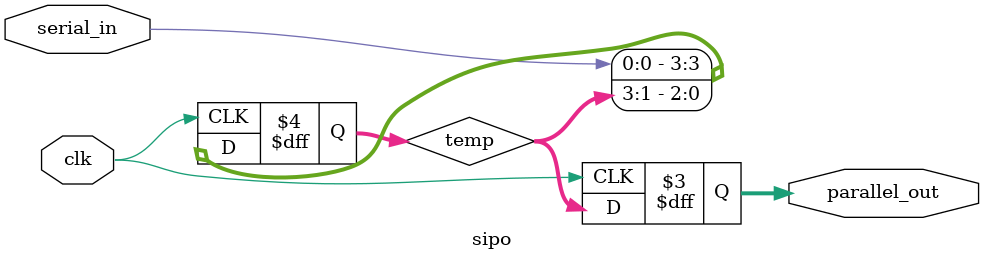
<source format=v>

module sipo(clk, serial_in, parallel_out);

input clk, serial_in;
output [3:0] parallel_out;
reg [3:0] temp;
reg [3:0] parallel_out;

always @(posedge clk)

begin

    temp <= temp >> 1;
	temp[3] <= serial_in;
	parallel_out = temp;

end

endmodule
</source>
